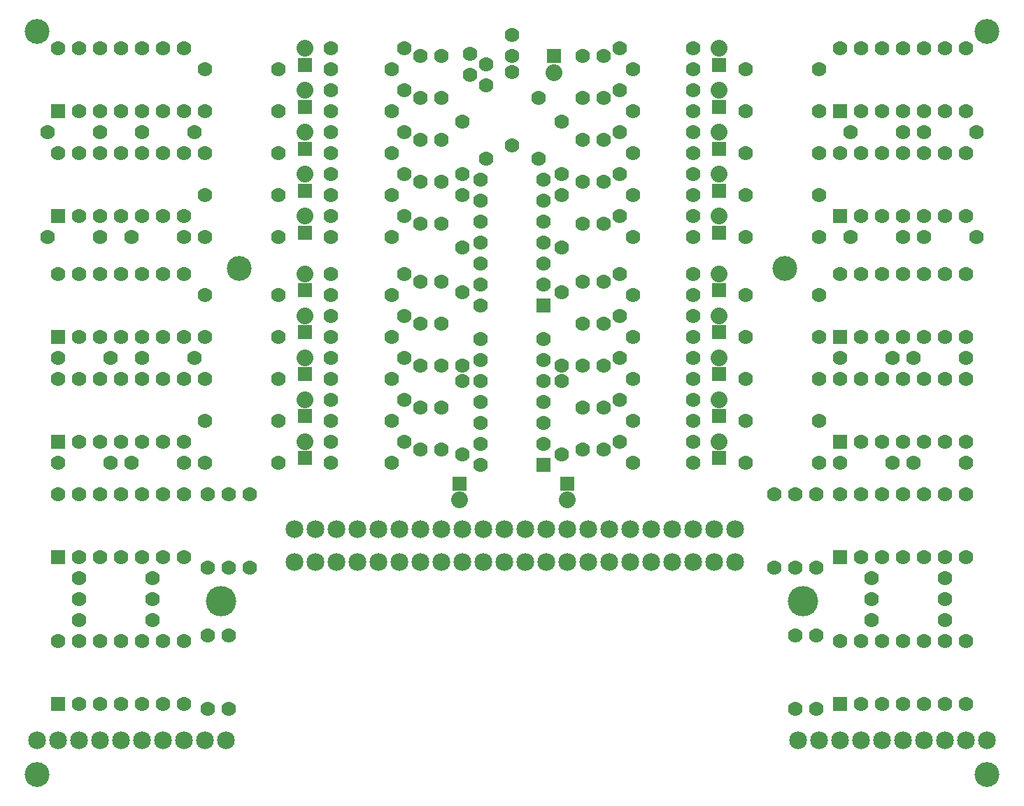
<source format=gbs>
%FSTAX24Y24*%
%MOIN*%
%IN MASK2.GBR *%
%ADD10C,0.0700*%
%ADD11C,0.0800*%
%ADD12C,0.0850*%
%ADD13C,0.1184*%
%ADD14C,0.1450*%
%ADD15R,0.0700X0.0700*%
G54D10*X027801Y029092D03*X026801D03*X034551Y015717D03*X038051D03*
X040551Y009217D03*X044051D03*X029176Y026467D03*X032051D03*
X029176Y023717D03*X032051D03*X029176Y019717D03*X032051D03*
X027801Y016342D03*X026801D03*X008801Y019717D03*X012301D03*
X019051Y024342D03*X020051D03*G54D11*X013551Y035467D03*G54D15*Y03468D03*
G54D11*X033301Y016717D03*G54D15*Y01593D03*G54D11*X013551Y020717D03*
G54D15*Y01993D03*G54D10*X025801Y029467D03*Y031967D03*X001801Y015717D03*
X004301D03*X029176Y017717D03*X032051D03*X017676Y030467D03*X014801D03*
X017676Y017717D03*X014801D03*X029176Y030467D03*X032051D03*G54D11*
X013551Y016717D03*G54D15*Y01593D03*X039051Y004217D03*G54D10*
X043051Y007217D03*X042051D03*X041051D03*X040051D03*X039051D03*
X040051Y004217D03*X041051D03*X042051D03*X043051D03*X044051D03*
X045051D03*Y007217D03*X044051D03*G54D15*X039051Y021717D03*G54D10*
X043051Y024717D03*X042051D03*X041051D03*X040051D03*X039051D03*
X040051Y021717D03*X041051D03*X042051D03*X043051D03*X044051D03*
X045051D03*Y024717D03*X044051D03*G54D15*X039051Y016717D03*G54D10*
X043051Y019717D03*X042051D03*X041051D03*X040051D03*X039051D03*
X040051Y016717D03*X041051D03*X042051D03*X043051D03*X044051D03*
X045051D03*Y019717D03*X044051D03*G54D15*X001801Y027467D03*G54D10*
X005801Y030467D03*X004801D03*X003801D03*X002801D03*X001801D03*
X002801Y027467D03*X003801D03*X004801D03*X005801D03*X006801D03*
X007801D03*Y030467D03*X006801D03*X027801Y022342D03*X026801D03*
X027801Y018342D03*X026801D03*X027801Y024342D03*X026801D03*G54D11*
X033301Y031467D03*G54D15*Y03068D03*G54D10*X028551Y035467D03*X032051D03*
X027801Y027092D03*X026801D03*G54D11*X026051Y01393D03*G54D15*Y014717D03*
G54D11*X020926Y01393D03*G54D15*Y014717D03*G54D10*X014801Y016717D03*
X018301D03*X037926Y007467D03*Y003967D03*G54D11*X013551Y033467D03*
G54D15*Y03268D03*G54D10*X028551Y016717D03*X032051D03*X028551Y024717D03*
X032051D03*X014801Y029467D03*X018301D03*X008801Y023717D03*X012301D03*
X028551Y020717D03*X032051D03*X014801Y027467D03*X018301D03*G54D11*
X033301Y022717D03*G54D15*Y02193D03*G54D11*X013551Y024717D03*G54D15*
Y02393D03*G54D10*X028551Y029467D03*X032051D03*X019051Y020342D03*
X020051D03*G54D15*X024926Y023217D03*G54D10*X021926Y027217D03*
Y026217D03*Y025217D03*Y024217D03*Y023217D03*X024926Y024217D03*
Y025217D03*Y026217D03*Y027217D03*Y028217D03*Y029217D03*X021926D03*
Y028217D03*X029176Y021717D03*X032051D03*X029176Y034467D03*X032051D03*
X034551Y023717D03*X038051D03*X008926Y010717D03*Y014217D03*G54D13*
X046051Y000842D03*X046064Y036271D03*X000788D03*G54D11*
X033301Y020717D03*G54D15*Y01993D03*G54D11*X013551Y022717D03*G54D15*
Y02193D03*G54D10*X027801Y031092D03*X026801D03*X041551Y020717D03*
X039051D03*X045051D03*X042551D03*G54D15*X039051Y032467D03*G54D10*
X043051Y035467D03*X042051D03*X041051D03*X040051D03*X039051D03*
X040051Y032467D03*X041051D03*X042051D03*X043051D03*X044051D03*
X045051D03*Y035467D03*X044051D03*G54D15*X001801Y021717D03*G54D10*
X005801Y024717D03*X004801D03*X003801D03*X002801D03*X001801D03*
X002801Y021717D03*X003801D03*X004801D03*X005801D03*X006801D03*
X007801D03*Y024717D03*X006801D03*X019051Y033092D03*X020051D03*G54D12*
X005801Y002467D03*G54D11*X013551Y018717D03*G54D15*Y01793D03*G54D11*
Y027467D03*G54D15*Y02668D03*G54D10*X017676Y021717D03*X014801D03*
X024676Y030217D03*Y033092D03*X034551Y021717D03*X038051D03*
X028551Y022717D03*X032051D03*X021051Y031967D03*Y029467D03*Y019592D03*
Y016092D03*X025801Y019592D03*Y016092D03*X014801Y031467D03*X018301D03*
X034551Y026467D03*X038051D03*X008801Y015717D03*X012301D03*
X028551Y027467D03*X032051D03*X034551Y017717D03*X038051D03*
X028551Y018717D03*X032051D03*X014801Y033467D03*X018301D03*
X019051Y035092D03*X020051D03*X008801Y032467D03*X012301D03*
X014801Y018717D03*X018301D03*G54D11*X033301Y029467D03*G54D15*Y02868D03*
G54D11*Y027467D03*G54D15*Y02668D03*G54D11*X013551Y029467D03*G54D15*
Y02868D03*G54D10*X036926Y010717D03*Y014217D03*X001301Y031467D03*
X003801D03*X040551Y008217D03*X044051D03*X019051Y027092D03*X020051D03*
G54D11*X013551Y031467D03*G54D15*Y03068D03*G54D11*X033301Y024717D03*
G54D15*Y02393D03*G54D10*X008801Y026467D03*X012301D03*X034551Y019717D03*
X038051D03*X017676Y032467D03*X014801D03*X017676Y026467D03*X014801D03*
G54D12*X044051Y002467D03*X046051D03*X006801D03*X000801D03*X008801D03*
X003801D03*X009801D03*G54D10*X029176Y028467D03*X032051D03*
X017676Y015717D03*X014801D03*X039051D03*X041551D03*X029176D03*
X032051D03*G54D13*X010426Y024967D03*X036426D03*G54D10*
X043051Y031467D03*X045551D03*Y026467D03*X043051D03*X002801Y010217D03*
X006301D03*X035926Y010717D03*Y014217D03*X021051Y023842D03*Y020342D03*
X025801Y023842D03*Y020342D03*X022176Y030217D03*Y033717D03*
X037926Y014217D03*Y010717D03*X028551Y031467D03*X032051D03*
X034551Y034467D03*X038051D03*G54D15*X001801Y004217D03*G54D10*
X005801Y007217D03*X004801D03*X003801D03*X002801D03*X001801D03*
X002801Y004217D03*X003801D03*X004801D03*X005801D03*X006801D03*
X007801D03*Y007217D03*X006801D03*G54D15*X039051Y027467D03*G54D10*
X043051Y030467D03*X042051D03*X041051D03*X040051D03*X039051D03*
X040051Y027467D03*X041051D03*X042051D03*X043051D03*X044051D03*
X045051D03*Y030467D03*X044051D03*X023426Y035092D03*Y036092D03*
X010926Y010717D03*Y014217D03*X023426Y030842D03*Y034342D03*
X008801Y017717D03*X012301D03*X014801Y022717D03*X018301D03*
X019051Y022342D03*X020051D03*X005801Y020717D03*X008301D03*G54D12*
X040051Y002467D03*X004801D03*G54D13*X000775Y000842D03*G54D12*
X013051Y010967D03*X022051D03*X023051D03*X024051D03*X025051D03*
X026051D03*X027051D03*X028051D03*X029051D03*X030051D03*X031051D03*
X014051D03*X032051D03*X033051D03*X034051D03*Y012527D03*X033051D03*
X032051D03*X031051D03*X030051D03*X029051D03*X028051D03*
X015051Y010967D03*X027051Y012527D03*X026051D03*X025051D03*X024051D03*
X023051D03*X022051D03*X021051D03*X020051D03*X019051D03*X018051D03*
X016051Y010967D03*X017051Y012527D03*X016051D03*X015051D03*X014051D03*
X013051D03*X017051Y010967D03*X018051D03*X019051D03*X020051D03*
X021051D03*G54D10*X014801Y024717D03*X018301D03*X009926Y010717D03*
Y014217D03*X034551Y032467D03*X038051D03*X008801Y034467D03*X012301D03*
X008801Y021717D03*X012301D03*X034551Y030467D03*X038051D03*X008801D03*
X012301D03*G54D11*X033301Y018717D03*G54D15*Y01793D03*G54D10*
X036926Y003967D03*Y007467D03*X019051Y018342D03*X020051D03*
X027801Y033092D03*X026801D03*X027801Y020342D03*X026801D03*G54D14*
X009551Y009092D03*X037301D03*G54D10*X019051Y029092D03*X020051D03*
X005301Y026467D03*X007801D03*X027801Y035092D03*X026801D03*G54D12*
X007801Y002467D03*G54D10*X045051Y015717D03*X042551D03*
X008926Y003967D03*Y007467D03*X028551Y033467D03*X032051D03*
X005301Y015717D03*X007801D03*X005801Y031467D03*X008301D03*
X006301Y008217D03*X002801D03*G54D12*X038051Y002467D03*X041051D03*
X042051D03*X045051D03*X039051D03*X037051D03*X043051D03*G54D10*
X019051Y031092D03*X020051D03*X014801Y035467D03*X018301D03*
X040551Y010217D03*X044051D03*X008801Y028467D03*X012301D03*
X009926Y007467D03*Y003967D03*X002801Y009217D03*X006301D03*
X021426Y034217D03*X022176Y034717D03*X021426Y035217D03*
X017676Y019717D03*X014801D03*G54D15*X001801Y011217D03*G54D10*
X005801Y014217D03*X004801D03*X003801D03*X002801D03*X001801D03*
X002801Y011217D03*X003801D03*X004801D03*X005801D03*X006801D03*
X007801D03*Y014217D03*X006801D03*G54D15*X001801Y016717D03*G54D10*
X005801Y019717D03*X004801D03*X003801D03*X002801D03*X001801D03*
X002801Y016717D03*X003801D03*X004801D03*X005801D03*X006801D03*
X007801D03*Y019717D03*X006801D03*G54D15*X001801Y032467D03*G54D10*
X005801Y035467D03*X004801D03*X003801D03*X002801D03*X001801D03*
X002801Y032467D03*X003801D03*X004801D03*X005801D03*X006801D03*
X007801D03*Y035467D03*X006801D03*G54D15*X024926Y015592D03*G54D10*
X021926Y019592D03*Y018592D03*Y017592D03*Y016592D03*Y015592D03*
X024926Y016592D03*Y017592D03*Y018592D03*Y019592D03*Y020592D03*
Y021592D03*X021926D03*Y020592D03*G54D11*X025426Y034305D03*G54D15*
Y035092D03*G54D11*X033301Y035467D03*G54D15*Y03468D03*G54D11*Y033467D03*
G54D15*Y03268D03*G54D12*X001801Y002467D03*G54D10*X042051Y026467D03*
X039551D03*X029176Y032467D03*X032051D03*X017676Y023717D03*X014801D03*
X017676Y028467D03*X014801D03*G54D12*X002801Y002467D03*G54D10*
X017676Y034467D03*X014801D03*X001801Y020717D03*X004301D03*
X039551Y031467D03*X042051D03*X003801Y026467D03*X001301D03*
X021051Y028467D03*Y025967D03*X014801Y020717D03*X018301D03*
X019051Y016342D03*X020051D03*X034551Y028467D03*X038051D03*G54D15*
X039051Y011217D03*G54D10*X043051Y014217D03*X042051D03*X041051D03*
X040051D03*X039051D03*X040051Y011217D03*X041051D03*X042051D03*
X043051D03*X044051D03*X045051D03*Y014217D03*X044051D03*
X025801Y025967D03*Y028467D03*X001801Y035467D03*X007801Y032467D03*
X039051Y035467D03*X045051Y032467D03*X001801Y030467D03*
X007801Y027467D03*X039051Y030467D03*X045051Y027467D03*
X001801Y024717D03*X007801Y021717D03*X039051Y024717D03*
X045051Y021717D03*X001801Y019717D03*X007801Y016717D03*
X039051Y019717D03*X045051Y016717D03*X001801Y014217D03*
X007801Y011217D03*X039051Y014217D03*X045051Y011217D03*
X001801Y007217D03*X007801Y004217D03*X039051Y007217D03*
X045051Y004217D03*X021926Y023217D03*X024926Y029217D03*
X021926Y015592D03*X024926Y021592D03*
M02*
</source>
